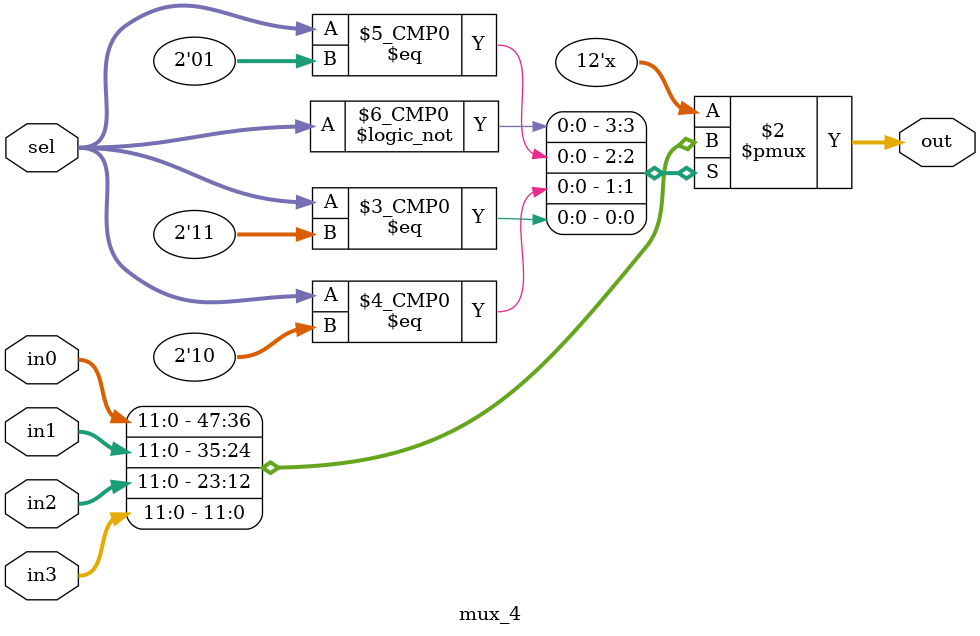
<source format=v>
`timescale 1ns/100ps
/*
 Filename      : mux_4.v
 Author        : Liam Crowley
 Created       : Tue Oct 31 10:28:23 2023
 INPUTS        : in0
 in1
 in2
 in3 
 OUTPUTS       : out
 PARAMETERS    : m

 Description   : Parameterized 4 input mux
 */

module mux_4 
  #(
    parameter m = 12
    )
    (/*AUTOARG*/
     // Outputs
     out,
     // Inputs
     in0, in1, in2, in3, sel
     ) ;
    input [m-1:0] in0, in1, in2, in3;
    output reg [m-1:0] out;
    input [1:0]        sel;
    always @ (*) begin
        case (sel) 
	      2'b00: begin
	          out = in0;
	      end
	      2'b01: begin
	          out = in1;
	      end
	      2'b10: begin
	          out = in2;
	      end
	      2'b11: begin
	          out = in3;
	      end
	      default: begin
	          out = in0;
	      end
        endcase
	    
    end
    
endmodule // O_mux

</source>
